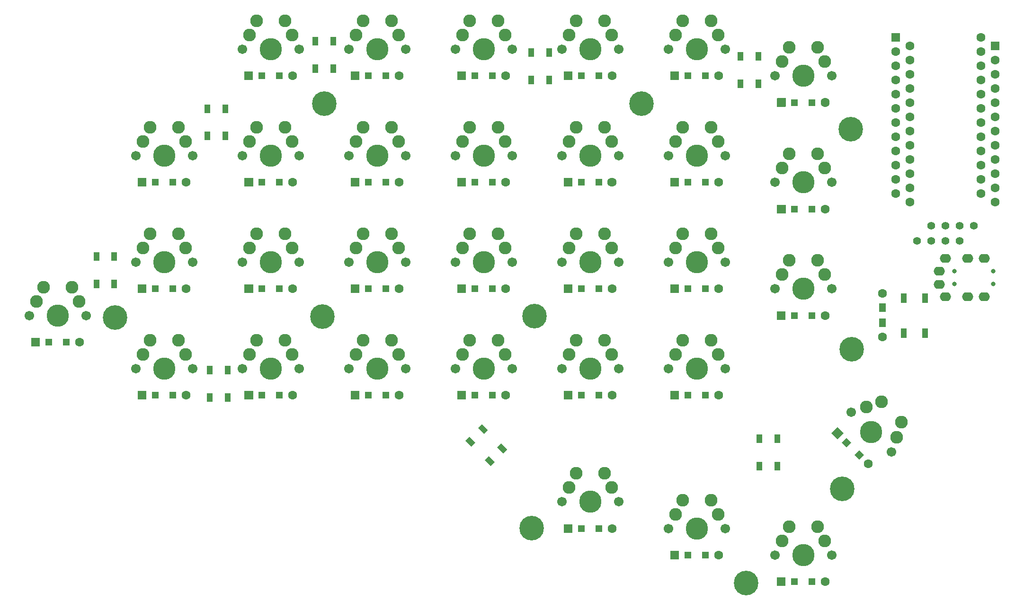
<source format=gts>
%TF.GenerationSoftware,KiCad,Pcbnew,5.1.9*%
%TF.CreationDate,2021-04-18T16:48:49+02:00*%
%TF.ProjectId,Crystal-Zeliska,43727973-7461-46c2-9d5a-656c69736b61,rev?*%
%TF.SameCoordinates,Original*%
%TF.FileFunction,Soldermask,Top*%
%TF.FilePolarity,Negative*%
%FSLAX46Y46*%
G04 Gerber Fmt 4.6, Leading zero omitted, Abs format (unit mm)*
G04 Created by KiCad (PCBNEW 5.1.9) date 2021-04-18 16:48:49*
%MOMM*%
%LPD*%
G01*
G04 APERTURE LIST*
%ADD10C,0.700000*%
%ADD11C,4.400000*%
%ADD12R,1.600000X1.600000*%
%ADD13C,1.600000*%
%ADD14R,1.000000X1.500000*%
%ADD15R,1.200000X1.200000*%
%ADD16C,0.100000*%
%ADD17C,1.701800*%
%ADD18C,2.286000*%
%ADD19C,3.987800*%
%ADD20R,1.000000X1.700000*%
%ADD21O,2.000000X1.600000*%
%ADD22C,0.800000*%
%ADD23C,1.397000*%
%ADD24R,1.200000X1.500000*%
G04 APERTURE END LIST*
D10*
%TO.C,REF\u002A\u002A*%
X105892396Y-58441914D03*
X104725670Y-57958640D03*
X103558944Y-58441914D03*
X103075670Y-59608640D03*
X103558944Y-60775366D03*
X104725670Y-61258640D03*
X105892396Y-60775366D03*
X106375670Y-59608640D03*
D11*
X104725670Y-59608640D03*
%TD*%
D10*
%TO.C,REF\u002A\u002A*%
X105582396Y-96561914D03*
X104415670Y-96078640D03*
X103248944Y-96561914D03*
X102765670Y-97728640D03*
X103248944Y-98895366D03*
X104415670Y-99378640D03*
X105582396Y-98895366D03*
X106065670Y-97728640D03*
D11*
X104415670Y-97728640D03*
%TD*%
D10*
%TO.C,REF\u002A\u002A*%
X68502396Y-96721914D03*
X67335670Y-96238640D03*
X66168944Y-96721914D03*
X65685670Y-97888640D03*
X66168944Y-99055366D03*
X67335670Y-99538640D03*
X68502396Y-99055366D03*
X68985670Y-97888640D03*
D11*
X67335670Y-97888640D03*
%TD*%
D10*
%TO.C,REF\u002A\u002A*%
X143532396Y-96441914D03*
X142365670Y-95958640D03*
X141198944Y-96441914D03*
X140715670Y-97608640D03*
X141198944Y-98775366D03*
X142365670Y-99258640D03*
X143532396Y-98775366D03*
X144015670Y-97608640D03*
D11*
X142365670Y-97608640D03*
%TD*%
D10*
%TO.C,REF\u002A\u002A*%
X143012396Y-134401914D03*
X141845670Y-133918640D03*
X140678944Y-134401914D03*
X140195670Y-135568640D03*
X140678944Y-136735366D03*
X141845670Y-137218640D03*
X143012396Y-136735366D03*
X143495670Y-135568640D03*
D11*
X141845670Y-135568640D03*
%TD*%
D10*
%TO.C,REF\u002A\u002A*%
X181362396Y-144221914D03*
X180195670Y-143738640D03*
X179028944Y-144221914D03*
X178545670Y-145388640D03*
X179028944Y-146555366D03*
X180195670Y-147038640D03*
X181362396Y-146555366D03*
X181845670Y-145388640D03*
D11*
X180195670Y-145388640D03*
%TD*%
D10*
%TO.C,REF\u002A\u002A*%
X198512396Y-127321914D03*
X197345670Y-126838640D03*
X196178944Y-127321914D03*
X195695670Y-128488640D03*
X196178944Y-129655366D03*
X197345670Y-130138640D03*
X198512396Y-129655366D03*
X198995670Y-128488640D03*
D11*
X197345670Y-128488640D03*
%TD*%
D10*
%TO.C,REF\u002A\u002A*%
X200192396Y-102391914D03*
X199025670Y-101908640D03*
X197858944Y-102391914D03*
X197375670Y-103558640D03*
X197858944Y-104725366D03*
X199025670Y-105208640D03*
X200192396Y-104725366D03*
X200675670Y-103558640D03*
D11*
X199025670Y-103558640D03*
%TD*%
D10*
%TO.C,REF\u002A\u002A*%
X200082396Y-62991914D03*
X198915670Y-62508640D03*
X197748944Y-62991914D03*
X197265670Y-64158640D03*
X197748944Y-65325366D03*
X198915670Y-65808640D03*
X200082396Y-65325366D03*
X200565670Y-64158640D03*
D11*
X198915670Y-64158640D03*
%TD*%
D10*
%TO.C,REF\u002A\u002A*%
X162632396Y-58431914D03*
X161465670Y-57948640D03*
X160298944Y-58431914D03*
X159815670Y-59598640D03*
X160298944Y-60765366D03*
X161465670Y-61248640D03*
X162632396Y-60765366D03*
X163115670Y-59598640D03*
D11*
X161465670Y-59598640D03*
%TD*%
D12*
%TO.C,D6*%
X91244420Y-73681140D03*
D13*
X99044420Y-73681140D03*
%TD*%
D14*
%TO.C,D37*%
X144944420Y-50478640D03*
X141744420Y-50478640D03*
X144944420Y-55378640D03*
X141744420Y-55378640D03*
%TD*%
D13*
%TO.C,D28*%
X194294420Y-78438640D03*
D12*
X186494420Y-78438640D03*
%TD*%
D11*
%TO.C,REF\u002A\u002A*%
X67334420Y-97888640D03*
%TD*%
D15*
%TO.C,D19*%
X153859420Y-92726140D03*
X150709420Y-92726140D03*
D12*
X148384420Y-92726140D03*
D13*
X156184420Y-92726140D03*
%TD*%
D11*
%TO.C,REF\u002A\u002A*%
X197344420Y-128488640D03*
%TD*%
%TO.C,REF\u002A\u002A*%
X180194420Y-145388640D03*
%TD*%
%TO.C,REF\u002A\u002A*%
X141844420Y-135568640D03*
%TD*%
%TO.C,REF\u002A\u002A*%
X142364420Y-97608640D03*
%TD*%
D12*
%TO.C,D29*%
X186474420Y-97488640D03*
D13*
X194274420Y-97488640D03*
%TD*%
D16*
%TO.C,D40*%
G36*
X132219496Y-117628081D02*
G01*
X132926602Y-116920975D01*
X133987262Y-117981635D01*
X133280156Y-118688741D01*
X132219496Y-117628081D01*
G37*
G36*
X129956755Y-119890822D02*
G01*
X130663861Y-119183716D01*
X131724521Y-120244376D01*
X131017415Y-120951482D01*
X129956755Y-119890822D01*
G37*
G36*
X135684319Y-121092904D02*
G01*
X136391425Y-120385798D01*
X137452085Y-121446458D01*
X136744979Y-122153564D01*
X135684319Y-121092904D01*
G37*
G36*
X133421578Y-123355645D02*
G01*
X134128684Y-122648539D01*
X135189344Y-123709199D01*
X134482238Y-124416305D01*
X133421578Y-123355645D01*
G37*
%TD*%
D14*
%TO.C,D35*%
X182394420Y-51158640D03*
X179194420Y-51158640D03*
X182394420Y-56058640D03*
X179194420Y-56058640D03*
%TD*%
D17*
%TO.C,K26*%
X166254420Y-135588640D03*
X176414420Y-135588640D03*
D18*
X167524420Y-133048640D03*
D19*
X171334420Y-135588640D03*
D18*
X173874420Y-130508640D03*
X168794420Y-130508640D03*
X175144420Y-133048640D03*
%TD*%
D13*
%TO.C,D1*%
X79984420Y-73681140D03*
D12*
X72184420Y-73681140D03*
%TD*%
D13*
%TO.C,D9*%
X118084420Y-54621140D03*
D12*
X110284420Y-54621140D03*
%TD*%
D13*
%TO.C,D24*%
X175234420Y-92731140D03*
D12*
X167434420Y-92731140D03*
%TD*%
%TO.C,D15*%
X129334420Y-92718640D03*
D13*
X137134420Y-92718640D03*
%TD*%
D18*
%TO.C,K1*%
X79894420Y-66373640D03*
X73544420Y-63833640D03*
X78624420Y-63833640D03*
D19*
X76084420Y-68913640D03*
D18*
X72274420Y-66373640D03*
D17*
X81164420Y-68913640D03*
X71004420Y-68913640D03*
%TD*%
D13*
%TO.C,D13*%
X137134420Y-54621140D03*
D12*
X129334420Y-54621140D03*
%TD*%
D20*
%TO.C,SW1*%
X212184420Y-94378640D03*
X212184420Y-100678640D03*
X208384420Y-94378640D03*
X208384420Y-100678640D03*
%TD*%
D13*
%TO.C,D19*%
X156184420Y-92711140D03*
D12*
X148384420Y-92711140D03*
%TD*%
D13*
%TO.C,D7*%
X99044420Y-92711140D03*
D12*
X91244420Y-92711140D03*
%TD*%
%TO.C,D2*%
X72184420Y-92721140D03*
D13*
X79984420Y-92721140D03*
%TD*%
D14*
%TO.C,D41*%
X83804420Y-65388640D03*
X87004420Y-65388640D03*
X83804420Y-60488640D03*
X87004420Y-60488640D03*
%TD*%
D18*
%TO.C,K2*%
X79894420Y-85423640D03*
X73544420Y-82883640D03*
X78624420Y-82883640D03*
D19*
X76084420Y-87963640D03*
D18*
X72274420Y-85423640D03*
D17*
X81164420Y-87963640D03*
X71004420Y-87963640D03*
%TD*%
D12*
%TO.C,D10*%
X110284420Y-73691140D03*
D13*
X118084420Y-73691140D03*
%TD*%
D12*
%TO.C,D14*%
X129334420Y-73681140D03*
D13*
X137134420Y-73681140D03*
%TD*%
D12*
%TO.C,D18*%
X148359420Y-73648640D03*
D13*
X156159420Y-73648640D03*
%TD*%
D17*
%TO.C,K3*%
X71004420Y-107013640D03*
X81164420Y-107013640D03*
D18*
X72274420Y-104473640D03*
D19*
X76084420Y-107013640D03*
D18*
X78624420Y-101933640D03*
X73544420Y-101933640D03*
X79894420Y-104473640D03*
%TD*%
%TO.C,K11*%
X117994420Y-85423640D03*
X111644420Y-82883640D03*
X116724420Y-82883640D03*
D19*
X114184420Y-87963640D03*
D18*
X110374420Y-85423640D03*
D17*
X119264420Y-87963640D03*
X109104420Y-87963640D03*
%TD*%
D12*
%TO.C,U1*%
X206934420Y-47768640D03*
D13*
X206934420Y-50308640D03*
X206934420Y-52848640D03*
X206934420Y-55388640D03*
X206934420Y-57928640D03*
X206934420Y-60468640D03*
X206934420Y-63008640D03*
X206934420Y-65548640D03*
X206934420Y-68088640D03*
X206934420Y-70628640D03*
X206934420Y-73168640D03*
X206934420Y-75708640D03*
X222174420Y-75708640D03*
X222174420Y-73168640D03*
X222174420Y-70628640D03*
X222174420Y-68088640D03*
X222174420Y-65548640D03*
X222174420Y-63008640D03*
X222174420Y-60468640D03*
X222174420Y-57928640D03*
X222174420Y-55388640D03*
X222174420Y-52848640D03*
X222174420Y-50308640D03*
X222174420Y-47768640D03*
%TD*%
%TO.C,D22*%
X175234420Y-54621140D03*
D12*
X167434420Y-54621140D03*
%TD*%
%TO.C,D15*%
X110284420Y-92728640D03*
D13*
X118084420Y-92728640D03*
%TD*%
D12*
%TO.C,D23*%
X167434420Y-73681140D03*
D13*
X175234420Y-73681140D03*
%TD*%
D12*
%TO.C,D21*%
X148384420Y-135588640D03*
D13*
X156184420Y-135588640D03*
%TD*%
D12*
%TO.C,D3*%
X72184420Y-111778640D03*
D13*
X79984420Y-111778640D03*
%TD*%
D14*
%TO.C,D39*%
X106314420Y-48418640D03*
X103114420Y-48418640D03*
X106314420Y-53318640D03*
X103114420Y-53318640D03*
%TD*%
%TO.C,D38*%
X185754420Y-119538640D03*
X182554420Y-119538640D03*
X185754420Y-124438640D03*
X182554420Y-124438640D03*
%TD*%
D13*
%TO.C,D8*%
X99044420Y-111778640D03*
D12*
X91244420Y-111778640D03*
%TD*%
%TO.C,D5*%
X91234420Y-54631140D03*
D13*
X99034420Y-54631140D03*
%TD*%
D11*
%TO.C,REF\u002A\u002A*%
X198914420Y-64158640D03*
%TD*%
D21*
%TO.C,U2*%
X219804420Y-87298640D03*
D22*
X224404420Y-89598640D03*
X217404420Y-89598640D03*
D21*
X222804420Y-87298640D03*
X215804420Y-87298640D03*
X214704420Y-91898640D03*
%TD*%
D13*
%TO.C,U1*%
X209494420Y-49228640D03*
X209494420Y-51768640D03*
X209494420Y-54308640D03*
X209494420Y-56848640D03*
X209494420Y-59388640D03*
X209494420Y-61928640D03*
X209494420Y-64468640D03*
X209494420Y-67008640D03*
X209494420Y-69548640D03*
X209494420Y-72088640D03*
X209494420Y-74628640D03*
X209494420Y-77168640D03*
X224734420Y-77168640D03*
X224734420Y-74628640D03*
X224734420Y-72088640D03*
X224734420Y-69548640D03*
X224734420Y-67008640D03*
X224734420Y-64468640D03*
X224734420Y-61928640D03*
X224734420Y-59388640D03*
X224734420Y-56848640D03*
X224734420Y-54308640D03*
X224734420Y-51768640D03*
D12*
X224734420Y-49228640D03*
%TD*%
D13*
%TO.C,D3*%
X79984420Y-111776140D03*
D12*
X72184420Y-111776140D03*
D15*
X74509420Y-111776140D03*
X77659420Y-111776140D03*
%TD*%
%TO.C,D9*%
X115759420Y-54626140D03*
X112609420Y-54626140D03*
D12*
X110284420Y-54626140D03*
D13*
X118084420Y-54626140D03*
%TD*%
D15*
%TO.C,D20*%
X153859420Y-111776140D03*
X150709420Y-111776140D03*
D12*
X148384420Y-111776140D03*
D13*
X156184420Y-111776140D03*
%TD*%
%TO.C,D21*%
X156184420Y-135588640D03*
D12*
X148384420Y-135588640D03*
D15*
X150709420Y-135588640D03*
X153859420Y-135588640D03*
%TD*%
%TO.C,D22*%
X172909420Y-54626140D03*
X169759420Y-54626140D03*
D12*
X167434420Y-54626140D03*
D13*
X175234420Y-54626140D03*
%TD*%
%TO.C,D23*%
X175234420Y-73676140D03*
D12*
X167434420Y-73676140D03*
D15*
X169759420Y-73676140D03*
X172909420Y-73676140D03*
%TD*%
%TO.C,D24*%
X172909420Y-92726140D03*
X169759420Y-92726140D03*
D12*
X167434420Y-92726140D03*
D13*
X175234420Y-92726140D03*
%TD*%
%TO.C,D25*%
X175234420Y-111776140D03*
D12*
X167434420Y-111776140D03*
D15*
X169759420Y-111776140D03*
X172909420Y-111776140D03*
%TD*%
%TO.C,D26*%
X172909420Y-140351140D03*
X169759420Y-140351140D03*
D12*
X167434420Y-140351140D03*
D13*
X175234420Y-140351140D03*
%TD*%
%TO.C,D27*%
X194284420Y-59388640D03*
D12*
X186484420Y-59388640D03*
D15*
X188809420Y-59388640D03*
X191959420Y-59388640D03*
%TD*%
%TO.C,D28*%
X191959420Y-78438640D03*
X188809420Y-78438640D03*
D12*
X186484420Y-78438640D03*
D13*
X194284420Y-78438640D03*
%TD*%
%TO.C,D29*%
X194284420Y-97488640D03*
D12*
X186484420Y-97488640D03*
D15*
X188809420Y-97488640D03*
X191959420Y-97488640D03*
%TD*%
%TO.C,D31*%
X191959420Y-145113640D03*
X188809420Y-145113640D03*
D12*
X186484420Y-145113640D03*
D13*
X194284420Y-145113640D03*
%TD*%
%TO.C,D5*%
X99034420Y-54626140D03*
D12*
X91234420Y-54626140D03*
D15*
X93559420Y-54626140D03*
X96709420Y-54626140D03*
%TD*%
D16*
%TO.C,D30*%
G36*
X199539585Y-122414833D02*
G01*
X200388113Y-121566305D01*
X201236641Y-122414833D01*
X200388113Y-123263361D01*
X199539585Y-122414833D01*
G37*
G36*
X197312199Y-120187447D02*
G01*
X198160727Y-119338919D01*
X199009255Y-120187447D01*
X198160727Y-121035975D01*
X197312199Y-120187447D01*
G37*
G36*
X195385333Y-118543424D02*
G01*
X196516704Y-117412053D01*
X197648075Y-118543424D01*
X196516704Y-119674795D01*
X195385333Y-118543424D01*
G37*
D13*
X202032136Y-124058856D03*
%TD*%
D17*
%TO.C,K4*%
X51954420Y-97488640D03*
X62114420Y-97488640D03*
D18*
X53224420Y-94948640D03*
D19*
X57034420Y-97488640D03*
D18*
X59574420Y-92408640D03*
X54494420Y-92408640D03*
X60844420Y-94948640D03*
%TD*%
%TO.C,K5*%
X98944420Y-47323640D03*
X92594420Y-44783640D03*
X97674420Y-44783640D03*
D19*
X95134420Y-49863640D03*
D18*
X91324420Y-47323640D03*
D17*
X100214420Y-49863640D03*
X90054420Y-49863640D03*
%TD*%
D18*
%TO.C,K6*%
X98944420Y-66373640D03*
X92594420Y-63833640D03*
X97674420Y-63833640D03*
D19*
X95134420Y-68913640D03*
D18*
X91324420Y-66373640D03*
D17*
X100214420Y-68913640D03*
X90054420Y-68913640D03*
%TD*%
D18*
%TO.C,K7*%
X98944420Y-85423640D03*
X92594420Y-82883640D03*
X97674420Y-82883640D03*
D19*
X95134420Y-87963640D03*
D18*
X91324420Y-85423640D03*
D17*
X100214420Y-87963640D03*
X90054420Y-87963640D03*
%TD*%
%TO.C,K8*%
X90054420Y-107013640D03*
X100214420Y-107013640D03*
D18*
X91324420Y-104473640D03*
D19*
X95134420Y-107013640D03*
D18*
X97674420Y-101933640D03*
X92594420Y-101933640D03*
X98944420Y-104473640D03*
%TD*%
D17*
%TO.C,K9*%
X109104420Y-49863640D03*
X119264420Y-49863640D03*
D18*
X110374420Y-47323640D03*
D19*
X114184420Y-49863640D03*
D18*
X116724420Y-44783640D03*
X111644420Y-44783640D03*
X117994420Y-47323640D03*
%TD*%
D17*
%TO.C,K10*%
X109104420Y-68913640D03*
X119264420Y-68913640D03*
D18*
X110374420Y-66373640D03*
D19*
X114184420Y-68913640D03*
D18*
X116724420Y-63833640D03*
X111644420Y-63833640D03*
X117994420Y-66373640D03*
%TD*%
D13*
%TO.C,D17*%
X156184420Y-54621140D03*
D12*
X148384420Y-54621140D03*
%TD*%
D14*
%TO.C,D42*%
X87444420Y-107298640D03*
X84244420Y-107298640D03*
X87444420Y-112198640D03*
X84244420Y-112198640D03*
%TD*%
D18*
%TO.C,K22*%
X175144420Y-47323640D03*
X168794420Y-44783640D03*
X173874420Y-44783640D03*
D19*
X171334420Y-49863640D03*
D18*
X167524420Y-47323640D03*
D17*
X176414420Y-49863640D03*
X166254420Y-49863640D03*
%TD*%
D23*
%TO.C,Brd1*%
X213304420Y-81458640D03*
X215844420Y-81458640D03*
X218384420Y-81458640D03*
X220924420Y-81458640D03*
%TD*%
D12*
%TO.C,D27*%
X186494420Y-59378640D03*
D13*
X194294420Y-59378640D03*
%TD*%
%TO.C,D20*%
X156184420Y-111781140D03*
D12*
X148384420Y-111781140D03*
%TD*%
%TO.C,D25*%
X167434420Y-111778640D03*
D13*
X175234420Y-111778640D03*
%TD*%
D11*
%TO.C,REF\u002A\u002A*%
X199024420Y-103558640D03*
%TD*%
D13*
%TO.C,D16*%
X137134420Y-111781140D03*
D12*
X129334420Y-111781140D03*
%TD*%
%TO.C,D4*%
X53134420Y-102248640D03*
D13*
X60934420Y-102248640D03*
%TD*%
%TO.C,D12*%
X118084420Y-111778640D03*
D12*
X110284420Y-111778640D03*
%TD*%
D13*
%TO.C,D31*%
X194284420Y-145113640D03*
D12*
X186484420Y-145113640D03*
%TD*%
D11*
%TO.C,REF\u002A\u002A*%
X104724420Y-59608640D03*
%TD*%
D13*
%TO.C,D30*%
X202024636Y-124056356D03*
D16*
G36*
X195377833Y-118540924D02*
G01*
X196509204Y-117409553D01*
X197640575Y-118540924D01*
X196509204Y-119672295D01*
X195377833Y-118540924D01*
G37*
%TD*%
D11*
%TO.C,REF\u002A\u002A*%
X161464420Y-59588640D03*
%TD*%
D13*
%TO.C,D26*%
X175234420Y-140346140D03*
D12*
X167434420Y-140346140D03*
%TD*%
D14*
%TO.C,D43*%
X67174420Y-86948640D03*
X63974420Y-86948640D03*
X67174420Y-91848640D03*
X63974420Y-91848640D03*
%TD*%
D11*
%TO.C,REF\u002A\u002A*%
X104414420Y-97728640D03*
%TD*%
D15*
%TO.C,D1*%
X77659420Y-73676140D03*
X74509420Y-73676140D03*
D12*
X72184420Y-73676140D03*
D13*
X79984420Y-73676140D03*
%TD*%
%TO.C,D2*%
X79984420Y-92726140D03*
D12*
X72184420Y-92726140D03*
D15*
X74509420Y-92726140D03*
X77659420Y-92726140D03*
%TD*%
D13*
%TO.C,D4*%
X60934420Y-102251140D03*
D12*
X53134420Y-102251140D03*
D15*
X55459420Y-102251140D03*
X58609420Y-102251140D03*
%TD*%
D13*
%TO.C,D6*%
X99034420Y-73676140D03*
D12*
X91234420Y-73676140D03*
D15*
X93559420Y-73676140D03*
X96709420Y-73676140D03*
%TD*%
%TO.C,D7*%
X96709420Y-92726140D03*
X93559420Y-92726140D03*
D12*
X91234420Y-92726140D03*
D13*
X99034420Y-92726140D03*
%TD*%
D15*
%TO.C,D8*%
X96709420Y-111776140D03*
X93559420Y-111776140D03*
D12*
X91234420Y-111776140D03*
D13*
X99034420Y-111776140D03*
%TD*%
%TO.C,D10*%
X118084420Y-73676140D03*
D12*
X110284420Y-73676140D03*
D15*
X112609420Y-73676140D03*
X115759420Y-73676140D03*
%TD*%
D13*
%TO.C,D11*%
X118084420Y-92726140D03*
D12*
X110284420Y-92726140D03*
D15*
X112609420Y-92726140D03*
X115759420Y-92726140D03*
%TD*%
%TO.C,D12*%
X115759420Y-111776140D03*
X112609420Y-111776140D03*
D12*
X110284420Y-111776140D03*
D13*
X118084420Y-111776140D03*
%TD*%
D15*
%TO.C,D13*%
X134809420Y-54626140D03*
X131659420Y-54626140D03*
D12*
X129334420Y-54626140D03*
D13*
X137134420Y-54626140D03*
%TD*%
%TO.C,D14*%
X137134420Y-73676140D03*
D12*
X129334420Y-73676140D03*
D15*
X131659420Y-73676140D03*
X134809420Y-73676140D03*
%TD*%
D13*
%TO.C,D15*%
X137134420Y-92726140D03*
D12*
X129334420Y-92726140D03*
D15*
X131659420Y-92726140D03*
X134809420Y-92726140D03*
%TD*%
%TO.C,D16*%
X134809420Y-111776140D03*
X131659420Y-111776140D03*
D12*
X129334420Y-111776140D03*
D13*
X137134420Y-111776140D03*
%TD*%
D15*
%TO.C,D17*%
X153859420Y-54626140D03*
X150709420Y-54626140D03*
D12*
X148384420Y-54626140D03*
D13*
X156184420Y-54626140D03*
%TD*%
%TO.C,D18*%
X156184420Y-73676140D03*
D12*
X148384420Y-73676140D03*
D15*
X150709420Y-73676140D03*
X153859420Y-73676140D03*
%TD*%
D18*
%TO.C,K12*%
X117994420Y-104473640D03*
X111644420Y-101933640D03*
X116724420Y-101933640D03*
D19*
X114184420Y-107013640D03*
D18*
X110374420Y-104473640D03*
D17*
X119264420Y-107013640D03*
X109104420Y-107013640D03*
%TD*%
%TO.C,K13*%
X128154420Y-49863640D03*
X138314420Y-49863640D03*
D18*
X129424420Y-47323640D03*
D19*
X133234420Y-49863640D03*
D18*
X135774420Y-44783640D03*
X130694420Y-44783640D03*
X137044420Y-47323640D03*
%TD*%
D17*
%TO.C,K14*%
X128154420Y-68913640D03*
X138314420Y-68913640D03*
D18*
X129424420Y-66373640D03*
D19*
X133234420Y-68913640D03*
D18*
X135774420Y-63833640D03*
X130694420Y-63833640D03*
X137044420Y-66373640D03*
%TD*%
D17*
%TO.C,K15*%
X128154420Y-87963640D03*
X138314420Y-87963640D03*
D18*
X129424420Y-85423640D03*
D19*
X133234420Y-87963640D03*
D18*
X135774420Y-82883640D03*
X130694420Y-82883640D03*
X137044420Y-85423640D03*
%TD*%
%TO.C,K16*%
X137044420Y-104473640D03*
X130694420Y-101933640D03*
X135774420Y-101933640D03*
D19*
X133234420Y-107013640D03*
D18*
X129424420Y-104473640D03*
D17*
X138314420Y-107013640D03*
X128154420Y-107013640D03*
%TD*%
%TO.C,K17*%
X147204420Y-49863640D03*
X157364420Y-49863640D03*
D18*
X148474420Y-47323640D03*
D19*
X152284420Y-49863640D03*
D18*
X154824420Y-44783640D03*
X149744420Y-44783640D03*
X156094420Y-47323640D03*
%TD*%
D17*
%TO.C,K18*%
X147204420Y-68913640D03*
X157364420Y-68913640D03*
D18*
X148474420Y-66373640D03*
D19*
X152284420Y-68913640D03*
D18*
X154824420Y-63833640D03*
X149744420Y-63833640D03*
X156094420Y-66373640D03*
%TD*%
%TO.C,K19*%
X156094420Y-85423640D03*
X149744420Y-82883640D03*
X154824420Y-82883640D03*
D19*
X152284420Y-87963640D03*
D18*
X148474420Y-85423640D03*
D17*
X157364420Y-87963640D03*
X147204420Y-87963640D03*
%TD*%
D18*
%TO.C,K20*%
X156094420Y-104473640D03*
X149744420Y-101933640D03*
X154824420Y-101933640D03*
D19*
X152284420Y-107013640D03*
D18*
X148474420Y-104473640D03*
D17*
X157364420Y-107013640D03*
X147204420Y-107013640D03*
%TD*%
%TO.C,K21*%
X147204420Y-130826140D03*
X157364420Y-130826140D03*
D18*
X148474420Y-128286140D03*
D19*
X152284420Y-130826140D03*
D18*
X154824420Y-125746140D03*
X149744420Y-125746140D03*
X156094420Y-128286140D03*
%TD*%
D17*
%TO.C,K23*%
X166254420Y-68913640D03*
X176414420Y-68913640D03*
D18*
X167524420Y-66373640D03*
D19*
X171334420Y-68913640D03*
D18*
X173874420Y-63833640D03*
X168794420Y-63833640D03*
X175144420Y-66373640D03*
%TD*%
%TO.C,K24*%
X175144420Y-85423640D03*
X168794420Y-82883640D03*
X173874420Y-82883640D03*
D19*
X171334420Y-87963640D03*
D18*
X167524420Y-85423640D03*
D17*
X176414420Y-87963640D03*
X166254420Y-87963640D03*
%TD*%
D18*
%TO.C,K25*%
X175144420Y-104473640D03*
X168794420Y-101933640D03*
X173874420Y-101933640D03*
D19*
X171334420Y-107013640D03*
D18*
X167524420Y-104473640D03*
D17*
X176414420Y-107013640D03*
X166254420Y-107013640D03*
%TD*%
D18*
%TO.C,K27*%
X194194420Y-52086140D03*
X187844420Y-49546140D03*
X192924420Y-49546140D03*
D19*
X190384420Y-54626140D03*
D18*
X186574420Y-52086140D03*
D17*
X195464420Y-54626140D03*
X185304420Y-54626140D03*
%TD*%
%TO.C,K28*%
X185304420Y-73676140D03*
X195464420Y-73676140D03*
D18*
X186574420Y-71136140D03*
D19*
X190384420Y-73676140D03*
D18*
X192924420Y-68596140D03*
X187844420Y-68596140D03*
X194194420Y-71136140D03*
%TD*%
%TO.C,K29*%
X194194420Y-90186140D03*
X187844420Y-87646140D03*
X192924420Y-87646140D03*
D19*
X190384420Y-92726140D03*
D18*
X186574420Y-90186140D03*
D17*
X195464420Y-92726140D03*
X185304420Y-92726140D03*
%TD*%
%TO.C,K30*%
X198977883Y-114764342D03*
X206162087Y-121948546D03*
D18*
X201671959Y-113866316D03*
D19*
X202569985Y-118356444D03*
D18*
X207958139Y-116560393D03*
X204366036Y-112968290D03*
X207060113Y-119254470D03*
%TD*%
%TO.C,K31*%
X194194420Y-137811140D03*
X187844420Y-135271140D03*
X192924420Y-135271140D03*
D19*
X190384420Y-140351140D03*
D18*
X186574420Y-137811140D03*
D17*
X195464420Y-140351140D03*
X185304420Y-140351140D03*
%TD*%
D23*
%TO.C,Brd1*%
X210754420Y-84158640D03*
X213294420Y-84158640D03*
X215834420Y-84158640D03*
X218374420Y-84158640D03*
%TD*%
D21*
%TO.C,U2*%
X214694420Y-89548640D03*
X215794420Y-94148640D03*
X222794420Y-94148640D03*
D22*
X217394420Y-91848640D03*
X224394420Y-91848640D03*
D21*
X219794420Y-94148640D03*
%TD*%
D24*
%TO.C,R1*%
X204595670Y-96068640D03*
X204595670Y-98768640D03*
D13*
X204595670Y-101318640D03*
X204595670Y-93518640D03*
%TD*%
M02*

</source>
